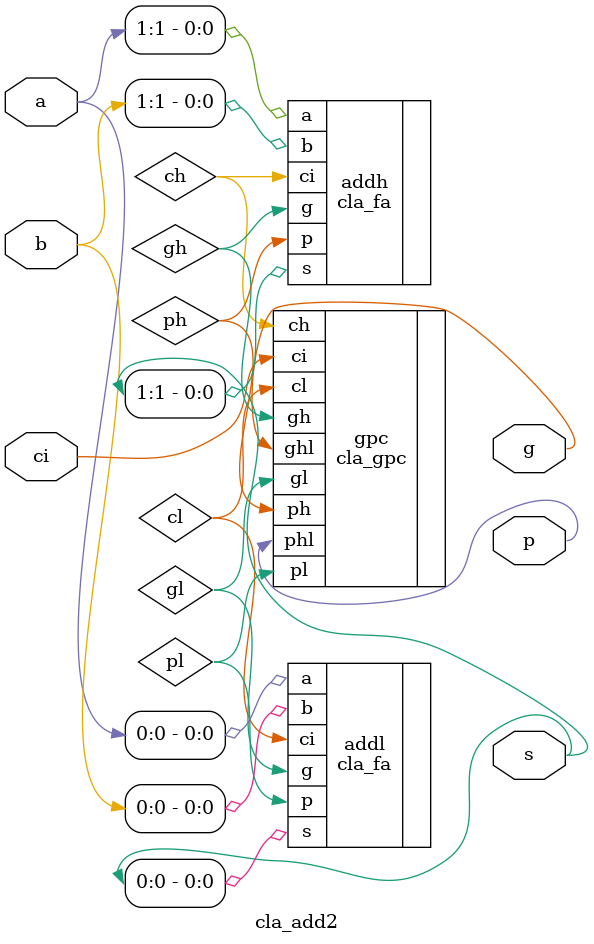
<source format=v>


module cla_add2 (
    input       [1:0] a,
    input       [1:0] b,
    input             ci,

    output            g,
    output            p,
    output      [1:0] s
);

wire ch, cl;
wire gh, gl;
wire ph, pl;

cla_fa addh (
    .a(a[1]),   // in
    .b(b[1]),   // in
    .ci(ch),    // in
    .g(gh),     // out
    .p(ph),     // out
    .s(s[1])    // out
);

cla_fa addl (
    .a(a[0]),   // in
    .b(b[0]),   // in
    .ci(cl),    // in
    .g(gl),     // out
    .p(pl),     // out
    .s(s[0])    // out
);

cla_gpc gpc (
    .gh(gh),    // in
    .ph(ph),    // in
    .gl(gl),    // in
    .pl(pl),    // in
    .ci(ci),    // in
    .ghl(g),    // out
    .phl(p),    // out
    .ch(ch),    // out
    .cl(cl)     // out
);

endmodule

</source>
